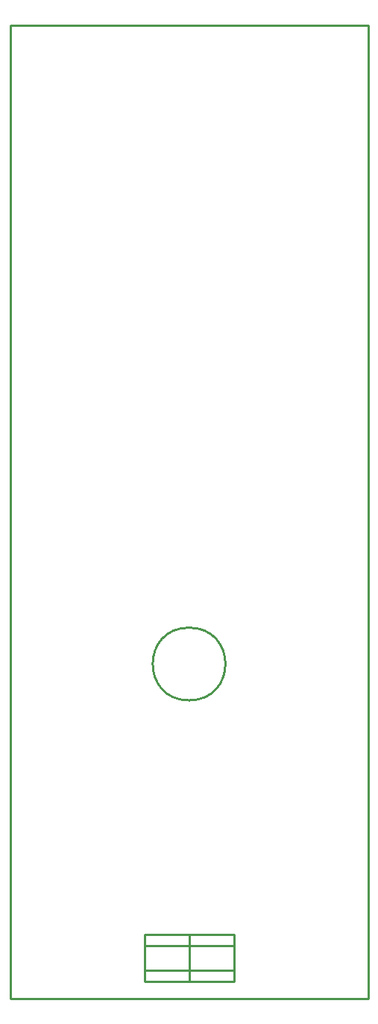
<source format=gko>
G04 Layer: BoardOutlineLayer*
G04 EasyEDA v6.5.29, 2023-07-18 11:37:26*
G04 44a429887d2946ba859a18da238e0ce0,5a6b42c53f6a479593ecc07194224c93,10*
G04 Gerber Generator version 0.2*
G04 Scale: 100 percent, Rotated: No, Reflected: No *
G04 Dimensions in millimeters *
G04 leading zeros omitted , absolute positions ,4 integer and 5 decimal *
%FSLAX45Y45*%
%MOMM*%

%ADD10C,0.2540*%
D10*
X0Y11938000D02*
G01*
X4064000Y11938000D01*
X4064000Y889000D01*
X0Y889000D01*
X0Y11938000D01*
X1524000Y1206500D02*
G01*
X2032000Y1206500D01*
X2032000Y1206500D02*
G01*
X2032000Y1612900D01*
X2032000Y1612900D02*
G01*
X1524000Y1612900D01*
X1524000Y1612900D02*
G01*
X1524000Y1206500D01*
X2032000Y1206500D02*
G01*
X2540000Y1206500D01*
X2540000Y1206500D02*
G01*
X2540000Y1612900D01*
X2540000Y1612900D02*
G01*
X2032000Y1612900D01*
X2032000Y1612900D02*
G01*
X2032000Y1206500D01*
X1524000Y1079500D02*
G01*
X2032000Y1079500D01*
X2032000Y1079500D02*
G01*
X2032000Y1485900D01*
X2032000Y1485900D02*
G01*
X1524000Y1485900D01*
X1524000Y1485900D02*
G01*
X1524000Y1079500D01*
X2032000Y1079500D02*
G01*
X2540000Y1079500D01*
X2540000Y1079500D02*
G01*
X2540000Y1485900D01*
X2540000Y1485900D02*
G01*
X2032000Y1485900D01*
X2032000Y1485900D02*
G01*
X2032000Y1079500D01*
G75*
G01*
X2032000Y4273601D02*
G02*
X2032000Y5098999I0J412699D01*
G75*
G01*
X2032000Y5098999D02*
G02*
X2032000Y4273601I0J-412699D01*
X2032000Y4273600D02*
G01*
X2032000Y4273600D01*

%LPD*%
M02*

</source>
